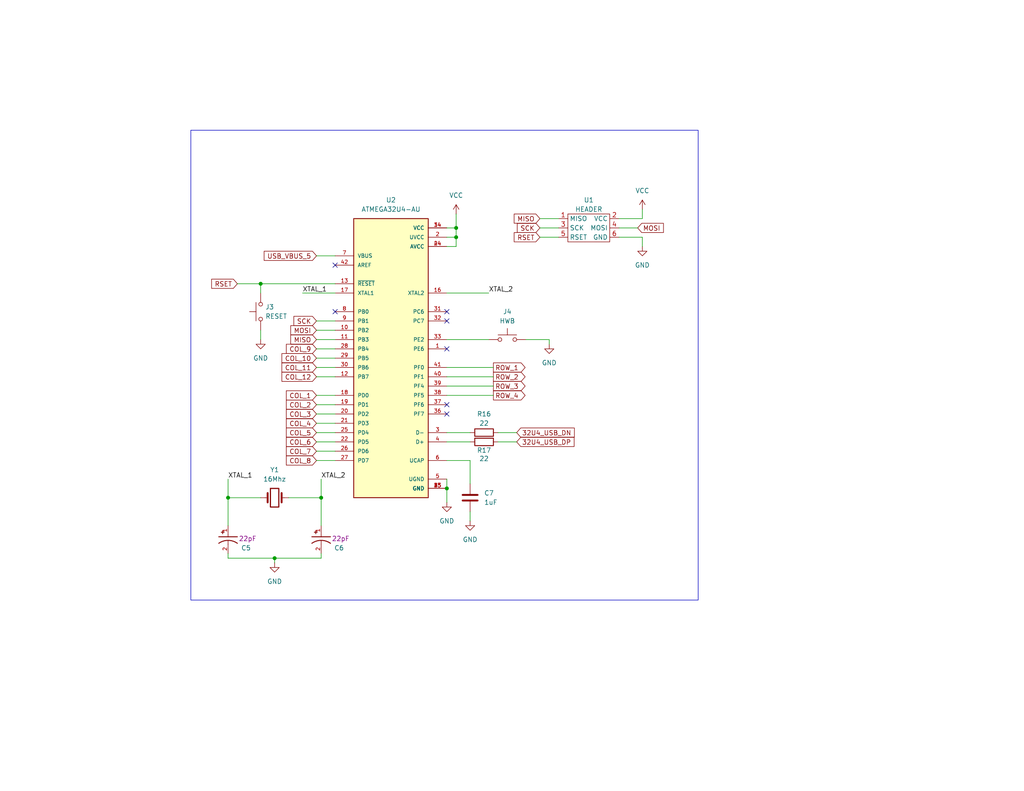
<source format=kicad_sch>
(kicad_sch (version 20231120) (generator "eeschema") (generator_version "8.0")
  (paper "USLetter")
  (title_block (title "40% Keyboard Switch Matrix") (date "2024-03-30") (rev "4") (company "Luke Zambella"))
  (lib_symbols
    (symbol "Device:C" (pin_numbers hide) (pin_names (offset 0.254))
      (property "Reference" "C" (at 0.635 2.54 0))
      (property "Value" "C" (at 0.635 -2.54 0))
      (symbol "C_0_1"
        (polyline (pts (xy -2.032 -0.762) (xy 2.032 -0.762)) (stroke (width 0.508)))
        (polyline (pts (xy -2.032 0.762) (xy 2.032 0.762)) (stroke (width 0.508)))
      )
      (symbol "C_1_1"
        (pin passive line (at 0 3.81 270) (length 2.794) (name "~") (number "1"))
        (pin passive line (at 0 -3.81 90) (length 2.794) (name "~") (number "2"))
      )
    )
    (symbol "Device:Crystal" (pin_numbers hide) (pin_names (offset 1.016) hide)
      (property "Reference" "Y" (at 0 3.81 0))
      (property "Value" "Crystal" (at 0 -3.81 0))
      (symbol "Crystal_0_1"
        (rectangle (start -1.143 2.54) (end 1.143 -2.54) (stroke (width 0.3048)))
        (polyline (pts (xy -2.54 0) (xy -1.905 0)))
        (polyline (pts (xy -1.905 -1.27) (xy -1.905 1.27)) (stroke (width 0.508)))
        (polyline (pts (xy 1.905 -1.27) (xy 1.905 1.27)) (stroke (width 0.508)))
        (polyline (pts (xy 2.54 0) (xy 1.905 0)))
      )
      (symbol "Crystal_1_1"
        (pin passive line (at -3.81 0 0) (length 1.27) (name "1") (number "1"))
        (pin passive line (at 3.81 0 180) (length 1.27) (name "2") (number "2"))
      )
    )
    (symbol "Device:R" (pin_numbers hide) (pin_names (offset 0))
      (property "Reference" "R" (at 2.032 0 90))
      (property "Value" "R" (at 0 0 90))
      (symbol "R_0_1"
        (rectangle (start -1.016 -2.54) (end 1.016 2.54) (stroke (width 0.254)))
      )
      (symbol "R_1_1"
        (pin passive line (at 0 3.81 270) (length 1.27) (name "~") (number "1"))
        (pin passive line (at 0 -3.81 90) (length 1.27) (name "~") (number "2"))
      )
    )
    (symbol "My Parts:ICSP_Header"
      (property "Reference" "U" (at -1.27 1.524 0))
      (symbol "ICSP_Header_0_1"
        (rectangle (start 0 0) (end 11.43 -7.62))
      )
      (symbol "ICSP_Header_1_1"
        (pin input line (at -2.54 -1.27 0) (length 2.54) (name "MISO") (number "1"))
        (pin input line (at 13.97 -1.27 180) (length 2.54) (name "VCC") (number "2"))
        (pin input line (at -2.54 -3.81 0) (length 2.54) (name "SCK") (number "3"))
        (pin input line (at 13.97 -3.81 180) (length 2.54) (name "MOSI") (number "4"))
        (pin input line (at -2.54 -6.35 0) (length 2.54) (name "RSET") (number "5"))
        (pin input line (at 13.97 -6.35 180) (length 2.54) (name "GND") (number "6"))
      )
    )
    (symbol "Project:ATMEGA32U4-AU" (pin_names (offset 1.016))
      (property "Reference" "U" (at -10.1752 39.4289 0))
      (property "Value" "ATMEGA32U4-AU" (at -10.1803 -41.9936 0))
      (symbol "ATMEGA32U4-AU_0_0"
        (rectangle (start -10.16 -38.1) (end 10.16 38.1) (stroke (width 0.254)) (fill (type background)))
        (pin bidirectional line (at 15.24 2.54 180) (length 5.08) (name "PE6") (number "1"))
        (pin bidirectional line (at -15.24 7.62 0) (length 5.08) (name "PB2") (number "10"))
        (pin bidirectional line (at -15.24 5.08 0) (length 5.08) (name "PB3") (number "11"))
        (pin bidirectional line (at -15.24 -5.08 0) (length 5.08) (name "PB7") (number "12"))
        (pin input line (at -15.24 20.32 0) (length 5.08) (name "~{RESET}") (number "13"))
        (pin power_in line (at 15.24 35.56 180) (length 5.08) (name "VCC") (number "14"))
        (pin power_in line (at 15.24 -35.56 180) (length 5.08) (name "GND") (number "15"))
        (pin output line (at 15.24 17.78 180) (length 5.08) (name "XTAL2") (number "16"))
        (pin input line (at -15.24 17.78 0) (length 5.08) (name "XTAL1") (number "17"))
        (pin bidirectional line (at -15.24 -10.16 0) (length 5.08) (name "PD0") (number "18"))
        (pin bidirectional line (at -15.24 -12.7 0) (length 5.08) (name "PD1") (number "19"))
        (pin power_in line (at 15.24 33.02 180) (length 5.08) (name "UVCC") (number "2"))
        (pin bidirectional line (at -15.24 -15.24 0) (length 5.08) (name "PD2") (number "20"))
        (pin bidirectional line (at -15.24 -17.78 0) (length 5.08) (name "PD3") (number "21"))
        (pin bidirectional line (at -15.24 -22.86 0) (length 5.08) (name "PD5") (number "22"))
        (pin power_in line (at 15.24 -35.56 180) (length 5.08) (name "GND") (number "23"))
        (pin power_in line (at 15.24 30.48 180) (length 5.08) (name "AVCC") (number "24"))
        (pin bidirectional line (at -15.24 -20.32 0) (length 5.08) (name "PD4") (number "25"))
        (pin bidirectional line (at -15.24 -25.4 0) (length 5.08) (name "PD6") (number "26"))
        (pin bidirectional line (at -15.24 -27.94 0) (length 5.08) (name "PD7") (number "27"))
        (pin bidirectional line (at -15.24 2.54 0) (length 5.08) (name "PB4") (number "28"))
        (pin bidirectional line (at -15.24 0 0) (length 5.08) (name "PB5") (number "29"))
        (pin bidirectional line (at 15.24 -20.32 180) (length 5.08) (name "D-") (number "3"))
        (pin bidirectional line (at -15.24 -2.54 0) (length 5.08) (name "PB6") (number "30"))
        (pin bidirectional line (at 15.24 12.7 180) (length 5.08) (name "PC6") (number "31"))
        (pin bidirectional line (at 15.24 10.16 180) (length 5.08) (name "PC7") (number "32"))
        (pin bidirectional line (at 15.24 5.08 180) (length 5.08) (name "PE2") (number "33"))
        (pin power_in line (at 15.24 35.56 180) (length 5.08) (name "VCC") (number "34"))
        (pin power_in line (at 15.24 -35.56 180) (length 5.08) (name "GND") (number "35"))
        (pin bidirectional line (at 15.24 -15.24 180) (length 5.08) (name "PF7") (number "36"))
        (pin bidirectional line (at 15.24 -12.7 180) (length 5.08) (name "PF6") (number "37"))
        (pin bidirectional line (at 15.24 -10.16 180) (length 5.08) (name "PF5") (number "38"))
        (pin bidirectional line (at 15.24 -7.62 180) (length 5.08) (name "PF4") (number "39"))
        (pin bidirectional line (at 15.24 -22.86 180) (length 5.08) (name "D+") (number "4"))
        (pin bidirectional line (at 15.24 -5.08 180) (length 5.08) (name "PF1") (number "40"))
        (pin bidirectional line (at 15.24 -2.54 180) (length 5.08) (name "PF0") (number "41"))
        (pin input line (at -15.24 25.4 0) (length 5.08) (name "AREF") (number "42"))
        (pin power_in line (at 15.24 -35.56 180) (length 5.08) (name "GND") (number "43"))
        (pin power_in line (at 15.24 30.48 180) (length 5.08) (name "AVCC") (number "44"))
        (pin power_in line (at 15.24 -33.02 180) (length 5.08) (name "UGND") (number "5"))
        (pin passive line (at 15.24 -27.94 180) (length 5.08) (name "UCAP") (number "6"))
        (pin input line (at -15.24 27.94 0) (length 5.08) (name "VBUS") (number "7"))
        (pin bidirectional line (at -15.24 12.7 0) (length 5.08) (name "PB0") (number "8"))
        (pin bidirectional line (at -15.24 10.16 0) (length 5.08) (name "PB1") (number "9"))
      )
    )
    (symbol "Project:EEEFK1H220P" (pin_names (offset 1.016))
      (property "Reference" "C" (at -2.54 3.81 0))
      (property "Value" "EEEFK1H220P" (at -2.54 -5.08 0))
      (symbol "EEEFK1H220P_0_0"
        (rectangle (start -1.173 -1.532) (end -0.284 -1.405) (stroke (width 0.1)) (fill (type outline)))
        (rectangle (start -0.792 -1.913) (end -0.665 -1.024) (stroke (width 0.1)) (fill (type outline)))
        (polyline (pts (xy 0 0) (xy 0.508 0)) (stroke (width 0.1524)))
        (polyline (pts (xy 0.508 0) (xy 0.508 -2.54)) (stroke (width 0.254)))
        (polyline (pts (xy 0.508 2.54) (xy 0.508 0)) (stroke (width 0.254)))
        (polyline (pts (xy 2.54 0) (xy 1.524 0)) (stroke (width 0.1524)))
        (arc (start 2.286 2.54) (mid 1.4851 0) (end 2.286 -2.54) (stroke (width 0.254)))
        (pin passive line (at -2.54 0 0) (length 2.54) (name "~") (number "1"))
        (pin passive line (at 5.08 0 180) (length 2.54) (name "~") (number "2"))
      )
    )
    (symbol "Switches:SW_Push" (pin_numbers hide) (pin_names (offset 1.016) hide)
      (property "Reference" "SW" (at 1.27 2.54 0))
      (property "Value" "SW_Push" (at 0 -1.524 0))
      (symbol "SW_Push_0_1"
        (circle (center -2.032 0) (radius 0.508))
        (polyline (pts (xy 0 1.27) (xy 0 3.048)))
        (polyline (pts (xy 2.54 1.27) (xy -2.54 1.27)))
        (circle (center 2.032 0) (radius 0.508))
        (pin passive line (at -5.08 0 0) (length 2.54) (name "1") (number "1"))
        (pin passive line (at 5.08 0 180) (length 2.54) (name "2") (number "2"))
      )
    )
    (symbol "power:GND" (power) (pin_numbers hide) (pin_names (offset 0) hide)
      (property "Value" "GND" (at 0 -3.81 0))
      (symbol "GND_0_1"
        (polyline (pts (xy 0 0) (xy 0 -1.27) (xy 1.27 -1.27) (xy 0 -2.54) (xy -1.27 -1.27) (xy 0 -1.27)))
      )
      (symbol "GND_1_1"
        (pin power_in line (at 0 0 270) (length 0) (name "~") (number "1"))
      )
    )
    (symbol "power:VCC" (power) (pin_numbers hide) (pin_names (offset 0) hide)
      (property "Value" "VCC" (at 0 3.556 0))
      (symbol "VCC_0_1"
        (polyline (pts (xy -0.762 1.27) (xy 0 2.54)))
        (polyline (pts (xy 0 0) (xy 0 2.54)))
        (polyline (pts (xy 0 2.54) (xy 0.762 1.27)))
      )
      (symbol "VCC_1_1"
        (pin power_in line (at 0 0 90) (length 0) (name "~") (number "1"))
      )
    )
  )
  (junction (at 71.12 77.47))
  (junction (at 124.46 64.77))
  (junction (at 62.23 135.89))
  (junction (at 121.92 133.35))
  (junction (at 87.63 135.89))
  (junction (at 124.46 62.23))
  (junction (at 74.93 152.4))
  (no_connect (at 121.92 95.25))
  (no_connect (at 91.44 72.39))
  (no_connect (at 91.44 85.09))
  (no_connect (at 121.92 113.03))
  (no_connect (at 121.92 87.63))
  (no_connect (at 121.92 110.49))
  (no_connect (at 121.92 85.09))
  (wire (pts (xy 87.63 152.4) (xy 87.63 151.13)))
  (wire (pts (xy 147.32 62.23) (xy 152.4 62.23)))
  (wire (pts (xy 121.92 102.87) (xy 134.62 102.87)))
  (wire (pts (xy 82.55 80.01) (xy 91.44 80.01)))
  (wire (pts (xy 143.51 92.71) (xy 149.86 92.71)))
  (wire (pts (xy 86.36 107.95) (xy 91.44 107.95)))
  (wire (pts (xy 86.36 113.03) (xy 91.44 113.03)))
  (wire (pts (xy 62.23 152.4) (xy 74.93 152.4)))
  (wire (pts (xy 87.63 130.81) (xy 87.63 135.89)))
  (wire (pts (xy 62.23 135.89) (xy 71.12 135.89)))
  (wire (pts (xy 128.27 139.7) (xy 128.27 142.24)))
  (wire (pts (xy 128.27 125.73) (xy 128.27 132.08)))
  (wire (pts (xy 62.23 130.81) (xy 62.23 135.89)))
  (wire (pts (xy 128.27 120.65) (xy 121.92 120.65)))
  (wire (pts (xy 86.36 110.49) (xy 91.44 110.49)))
  (wire (pts (xy 135.89 118.11) (xy 140.97 118.11)))
  (wire (pts (xy 168.91 62.23) (xy 173.99 62.23)))
  (wire (pts (xy 121.92 130.81) (xy 121.92 133.35)))
  (wire (pts (xy 71.12 90.17) (xy 71.12 92.71)))
  (wire (pts (xy 86.36 102.87) (xy 91.44 102.87)))
  (wire (pts (xy 175.26 64.77) (xy 175.26 67.31)))
  (wire (pts (xy 147.32 59.69) (xy 152.4 59.69)))
  (wire (pts (xy 86.36 97.79) (xy 91.44 97.79)))
  (wire (pts (xy 121.92 100.33) (xy 134.62 100.33)))
  (wire (pts (xy 133.35 80.01) (xy 121.92 80.01)))
  (wire (pts (xy 121.92 107.95) (xy 134.62 107.95)))
  (wire (pts (xy 168.91 59.69) (xy 175.26 59.69)))
  (wire (pts (xy 86.36 125.73) (xy 91.44 125.73)))
  (wire (pts (xy 86.36 92.71) (xy 91.44 92.71)))
  (wire (pts (xy 86.36 95.25) (xy 91.44 95.25)))
  (wire (pts (xy 74.93 152.4) (xy 74.93 153.67)))
  (wire (pts (xy 64.77 77.47) (xy 71.12 77.47)))
  (wire (pts (xy 121.92 67.31) (xy 124.46 67.31)))
  (wire (pts (xy 86.36 115.57) (xy 91.44 115.57)))
  (wire (pts (xy 71.12 77.47) (xy 71.12 80.01)))
  (wire (pts (xy 149.86 92.71) (xy 149.86 93.98)))
  (wire (pts (xy 87.63 135.89) (xy 87.63 143.51)))
  (wire (pts (xy 86.36 100.33) (xy 91.44 100.33)))
  (wire (pts (xy 175.26 59.69) (xy 175.26 57.15)))
  (wire (pts (xy 168.91 64.77) (xy 175.26 64.77)))
  (wire (pts (xy 124.46 58.42) (xy 124.46 62.23)))
  (wire (pts (xy 62.23 135.89) (xy 62.23 143.51)))
  (wire (pts (xy 86.36 87.63) (xy 91.44 87.63)))
  (wire (pts (xy 86.36 120.65) (xy 91.44 120.65)))
  (wire (pts (xy 121.92 92.71) (xy 133.35 92.71)))
  (wire (pts (xy 71.12 77.47) (xy 91.44 77.47)))
  (wire (pts (xy 124.46 67.31) (xy 124.46 64.77)))
  (wire (pts (xy 135.89 120.65) (xy 140.97 120.65)))
  (wire (pts (xy 62.23 151.13) (xy 62.23 152.4)))
  (wire (pts (xy 86.36 123.19) (xy 91.44 123.19)))
  (wire (pts (xy 78.74 135.89) (xy 87.63 135.89)))
  (wire (pts (xy 124.46 64.77) (xy 121.92 64.77)))
  (wire (pts (xy 121.92 125.73) (xy 128.27 125.73)))
  (wire (pts (xy 124.46 62.23) (xy 124.46 64.77)))
  (wire (pts (xy 121.92 62.23) (xy 124.46 62.23)))
  (wire (pts (xy 86.36 118.11) (xy 91.44 118.11)))
  (wire (pts (xy 74.93 152.4) (xy 87.63 152.4)))
  (wire (pts (xy 121.92 105.41) (xy 134.62 105.41)))
  (wire (pts (xy 147.32 64.77) (xy 152.4 64.77)))
  (wire (pts (xy 121.92 133.35) (xy 121.92 137.16)))
  (wire (pts (xy 128.27 118.11) (xy 121.92 118.11)))
  (wire (pts (xy 86.36 90.17) (xy 91.44 90.17)))
  (wire (pts (xy 86.36 69.85) (xy 91.44 69.85)))
  (rectangle (start 52.07 35.56) (end 190.5 163.83))
  (label "XTAL_1" (at 82.55 80.01 0))
  (label "XTAL_1" (at 62.23 130.81 0))
  (label "XTAL_2" (at 133.35 80.01 0))
  (label "XTAL_2" (at 87.63 130.81 0))
  (global_label "MOSI" (shape input) (at 173.99 62.23 0) (property "Intersheetrefs" "${INTERSHEET_REFS}" (effects (hide yes))))
  (global_label "COL_1" (shape input) (at 86.36 107.95 180) (property "Intersheetrefs" "${INTERSHEET_REFS}" (effects (hide yes))))
  (global_label "SCK" (shape input) (at 86.36 87.63 180) (property "Intersheetrefs" "${INTERSHEET_REFS}" (effects (hide yes))))
  (global_label "MISO" (shape input) (at 86.36 92.71 180) (property "Intersheetrefs" "${INTERSHEET_REFS}" (effects (hide yes))))
  (global_label "RSET" (shape input) (at 64.77 77.47 180) (property "Intersheetrefs" "${INTERSHEET_REFS}" (effects (hide yes))))
  (global_label "USB_VBUS_5" (shape input) (at 86.36 69.85 180) (property "Intersheetrefs" "${INTERSHEET_REFS}" (effects (hide yes))))
  (global_label "ROW_4" (shape output) (at 134.62 107.95 0) (property "Intersheetrefs" "${INTERSHEET_REFS}" (effects (hide yes))))
  (global_label "ROW_2" (shape output) (at 134.62 102.87 0) (property "Intersheetrefs" "${INTERSHEET_REFS}" (effects (hide yes))))
  (global_label "COL_4" (shape input) (at 86.36 115.57 180) (property "Intersheetrefs" "${INTERSHEET_REFS}" (effects (hide yes))))
  (global_label "RSET" (shape input) (at 147.32 64.77 180) (property "Intersheetrefs" "${INTERSHEET_REFS}" (effects (hide yes))))
  (global_label "COL_10" (shape input) (at 86.36 97.79 180) (property "Intersheetrefs" "${INTERSHEET_REFS}" (effects (hide yes))))
  (global_label "ROW_3" (shape output) (at 134.62 105.41 0) (property "Intersheetrefs" "${INTERSHEET_REFS}" (effects (hide yes))))
  (global_label "MOSI" (shape input) (at 86.36 90.17 180) (property "Intersheetrefs" "${INTERSHEET_REFS}" (effects (hide yes))))
  (global_label "COL_8" (shape input) (at 86.36 125.73 180) (property "Intersheetrefs" "${INTERSHEET_REFS}" (effects (hide yes))))
  (global_label "COL_11" (shape input) (at 86.36 100.33 180) (property "Intersheetrefs" "${INTERSHEET_REFS}" (effects (hide yes))))
  (global_label "COL_5" (shape input) (at 86.36 118.11 180) (property "Intersheetrefs" "${INTERSHEET_REFS}" (effects (hide yes))))
  (global_label "COL_3" (shape input) (at 86.36 113.03 180) (property "Intersheetrefs" "${INTERSHEET_REFS}" (effects (hide yes))))
  (global_label "MISO" (shape input) (at 147.32 59.69 180) (property "Intersheetrefs" "${INTERSHEET_REFS}" (effects (hide yes))))
  (global_label "COL_6" (shape input) (at 86.36 120.65 180) (property "Intersheetrefs" "${INTERSHEET_REFS}" (effects (hide yes))))
  (global_label "32U4_USB_DN" (shape input) (at 140.97 118.11 0) (property "Intersheetrefs" "${INTERSHEET_REFS}" (effects (hide yes))))
  (global_label "32U4_USB_DP" (shape input) (at 140.97 120.65 0) (property "Intersheetrefs" "${INTERSHEET_REFS}" (effects (hide yes))))
  (global_label "ROW_1" (shape output) (at 134.62 100.33 0) (property "Intersheetrefs" "${INTERSHEET_REFS}" (effects (hide yes))))
  (global_label "COL_2" (shape input) (at 86.36 110.49 180) (property "Intersheetrefs" "${INTERSHEET_REFS}" (effects (hide yes))))
  (global_label "COL_7" (shape input) (at 86.36 123.19 180) (property "Intersheetrefs" "${INTERSHEET_REFS}" (effects (hide yes))))
  (global_label "COL_12" (shape input) (at 86.36 102.87 180) (property "Intersheetrefs" "${INTERSHEET_REFS}" (effects (hide yes))))
  (global_label "SCK" (shape input) (at 147.32 62.23 180) (property "Intersheetrefs" "${INTERSHEET_REFS}" (effects (hide yes))))
  (global_label "COL_9" (shape input) (at 86.36 95.25 180) (property "Intersheetrefs" "${INTERSHEET_REFS}" (effects (hide yes))))
  (symbol (lib_id "Project:ATMEGA32U4-AU") (at 106.68 97.79 0) (unit 1)
    (property "Reference" "U2" (at 106.68 54.61 0))
    (property "Value" "ATMEGA32U4-AU" (at 106.68 57.15 0))
    (property "Footprint" "Library:atmega32u4" (effects (hide yes)))
    (property "MF" "Microchip" (effects (hide yes)))
    (property "Description_1" "\nMicrocontroller, USB controller 16/32K of ISP flash, TQFP44 industrial, 8-bit | Microchip Technology Inc. ATMEGA32U4-AU\n" (effects (hide yes)))
    (property "Package" "TQFP-44 Microchip" (effects (hide yes)))
    (property "Price" "None" (effects (hide yes)))
    (property "Check_prices" "https://www.snapeda.com/parts/ATMEGA32U4-AU/Microchip/view-part/?ref=eda" (effects (hide yes)))
    (property "SnapEDA_Link" "https://www.snapeda.com/parts/ATMEGA32U4-AU/Microchip/view-part/?ref=snap" (effects (hide yes)))
    (property "MP" "ATMEGA32U4-AU" (effects (hide yes)))
    (property "Availability" "In Stock" (effects (hide yes)))
    (property "MANUFACTURER" "Atmel" (effects (hide yes)))
    (property "Part #" "ATMEGA32U4-AU-ND" (effects (hide yes)))
  )
  (symbol (lib_id "My Parts:ICSP_Header") (at 154.94 58.42 0) (unit 1)
    (property "Reference" "U1" (at 160.655 54.61 0))
    (property "Value" "HEADER" (at 160.655 57.15 0))
    (property "Footprint" "Connector_PinHeader_2.54mm:PinHeader_2x03_P2.54mm_Vertical" (effects (hide yes)))
    (property "Part #" "PH2-06-UA" (effects (hide yes)))
  )
  (symbol (lib_id "power:GND") (at 128.27 142.24 0) (unit 1)
    (property "Reference" "#PWR033" (effects (hide yes)))
    (property "Value" "GND" (at 128.27 147.32 0))
    (property "Description" "Power symbol creates a global label with name \"GND\" , ground" (effects (hide yes)))
  )
  (symbol (lib_id "power:GND") (at 71.12 92.71 0) (unit 1)
    (property "Reference" "#PWR028" (effects (hide yes)))
    (property "Value" "GND" (at 71.12 97.79 0))
    (property "Description" "Power symbol creates a global label with name \"GND\" , ground" (effects (hide yes)))
  )
  (symbol (lib_id "Device:R") (at 132.08 118.11 270) (mirror x) (unit 1)
    (property "Reference" "R16" (at 132.08 113.03 90))
    (property "Value" "22" (at 132.08 115.57 90))
    (property "Footprint" "Resistor_SMD:R_1206_3216Metric" (effects (hide yes)))
    (property "Description" "Resistor" (effects (hide yes)))
    (property "Part #" "RMCF1206JT22R0" (effects (hide yes)))
  )
  (symbol (lib_id "power:GND") (at 121.92 137.16 0) (unit 1)
    (property "Reference" "#PWR07" (effects (hide yes)))
    (property "Value" "GND" (at 121.92 142.24 0))
    (property "Description" "Power symbol creates a global label with name \"GND\" , ground" (effects (hide yes)))
  )
  (symbol (lib_id "Device:R") (at 132.08 120.65 270) (mirror x) (unit 1)
    (property "Reference" "R17" (at 132.08 122.936 90))
    (property "Value" "22" (at 132.08 125.222 90))
    (property "Footprint" "Resistor_SMD:R_1206_3216Metric" (effects (hide yes)))
    (property "Description" "Resistor" (effects (hide yes)))
    (property "Part #" "RMCF1206JT22R0" (effects (hide yes)))
  )
  (symbol (lib_id "power:GND") (at 175.26 67.31 0) (unit 1)
    (property "Reference" "#PWR03" (effects (hide yes)))
    (property "Value" "GND" (at 175.26 72.39 0))
    (property "Description" "Power symbol creates a global label with name \"GND\" , ground" (effects (hide yes)))
  )
  (symbol (lib_id "Project:EEEFK1H220P") (at 62.23 146.05 270) (unit 1)
    (property "Reference" "C5" (at 65.786 149.606 90) (effects (justify left)))
    (property "Value" "C1206C220K3HAC7800" (effects (hide yes)))
    (property "Footprint" "Capacitor_SMD:C_1206_3216Metric_Pad1.33x1.80mm_HandSolder" (effects (hide yes)))
    (property "MF" "KEMET" (effects (hide yes)))
    (property "MAXIMUM_PACKAGE_HEIGHT" "5.8mm" (effects (hide yes)))
    (property "Package" "1206" (effects (hide yes)))
    (property "Price" "$0.16" (effects (hide yes)))
    (property "MP" "C1206C220K3HAC7800" (effects (hide yes)))
    (property "Capacitance" "22pF" (at 67.564 147.066 90))
    (property "Part #" "C1206C220K3HAC7800" (effects (hide yes)))
  )
  (symbol (lib_id "power:GND") (at 149.86 93.98 0) (unit 1)
    (property "Reference" "#PWR01" (effects (hide yes)))
    (property "Value" "GND" (at 149.86 99.06 0))
    (property "Description" "Power symbol creates a global label with name \"GND\" , ground" (effects (hide yes)))
  )
  (symbol (lib_id "Switches:SW_Push") (at 138.43 92.71 0) (unit 1)
    (property "Reference" "J4" (at 138.43 85.09 0))
    (property "Value" "HWB" (at 138.43 87.63 0))
    (property "Footprint" "Jumper:SolderJumper-2_P1.3mm_Open_Pad1.0x1.5mm" (effects (hide yes)))
    (property "Description" "Push button switch, generic, two pins" (effects (hide yes)))
  )
  (symbol (lib_id "power:VCC") (at 175.26 57.15 0) (unit 1)
    (property "Reference" "#PWR02" (effects (hide yes)))
    (property "Value" "VCC" (at 175.26 52.07 0))
    (property "Description" "Power symbol creates a global label with name \"VCC\"" (effects (hide yes)))
  )
  (symbol (lib_id "Switches:SW_Push") (at 71.12 85.09 90) (unit 1)
    (property "Reference" "J3" (at 72.39 83.8199 90) (effects (justify right)))
    (property "Value" "RESET" (at 72.39 86.3599 90) (effects (justify right)))
    (property "Footprint" "Jumper:SolderJumper-2_P1.3mm_Open_Pad1.0x1.5mm" (effects (hide yes)))
    (property "Description" "Push button switch, generic, two pins" (effects (hide yes)))
  )
  (symbol (lib_id "Device:C") (at 128.27 135.89 0) (unit 1)
    (property "Reference" "C7" (at 132.08 134.6199 0) (effects (justify left)))
    (property "Value" "1uF" (at 132.08 137.1599 0) (effects (justify left)))
    (property "Footprint" "Capacitor_SMD:C_1206_3216Metric" (effects (hide yes)))
    (property "Description" "Unpolarized capacitor" (effects (hide yes)))
    (property "Part #" "C1206C104K5RAC7800" (effects (hide yes)))
  )
  (symbol (lib_id "Project:EEEFK1H220P") (at 87.63 146.05 270) (unit 1)
    (property "Reference" "C6" (at 91.186 149.606 90) (effects (justify left)))
    (property "Value" "C1206C220K3HAC7800" (effects (hide yes)))
    (property "Footprint" "Capacitor_SMD:C_1206_3216Metric_Pad1.33x1.80mm_HandSolder" (effects (hide yes)))
    (property "Package" "1206" (effects (hide yes)))
    (property "Capacitance" "22pF" (at 92.964 147.066 90))
    (property "Part #" "C1206C220K3HAC7800" (effects (hide yes)))
  )
  (symbol (lib_id "Device:Crystal") (at 74.93 135.89 180) (unit 1)
    (property "Reference" "Y1" (at 74.93 128.27 0))
    (property "Value" "16Mhz" (at 74.93 130.81 0))
    (property "Footprint" "Crystal:Crystal_SMD_HC49-SD_HandSoldering" (effects (hide yes)))
    (property "Datasheet" "https://mm.digikey.com/Volume0/opasdata/d220001/medias/docus/694/J49SMH_Type_DS.pdf" (effects (hide yes)))
    (property "Description" "Two pin crystal" (effects (hide yes)))
    (property "Part #" "J49SMH-A-G-G-K-16M0" (effects (hide yes)))
  )
  (symbol (lib_id "power:VCC") (at 124.46 58.42 0) (unit 1)
    (property "Reference" "#PWR025" (effects (hide yes)))
    (property "Value" "VCC" (at 124.46 53.34 0))
    (property "Description" "Power symbol creates a global label with name \"VCC\"" (effects (hide yes)))
  )
  (symbol (lib_id "power:GND") (at 74.93 153.67 0) (unit 1)
    (property "Reference" "#PWR027" (effects (hide yes)))
    (property "Value" "GND" (at 74.93 158.75 0))
    (property "Description" "Power symbol creates a global label with name \"GND\" , ground" (effects (hide yes)))
  )
)
</source>
